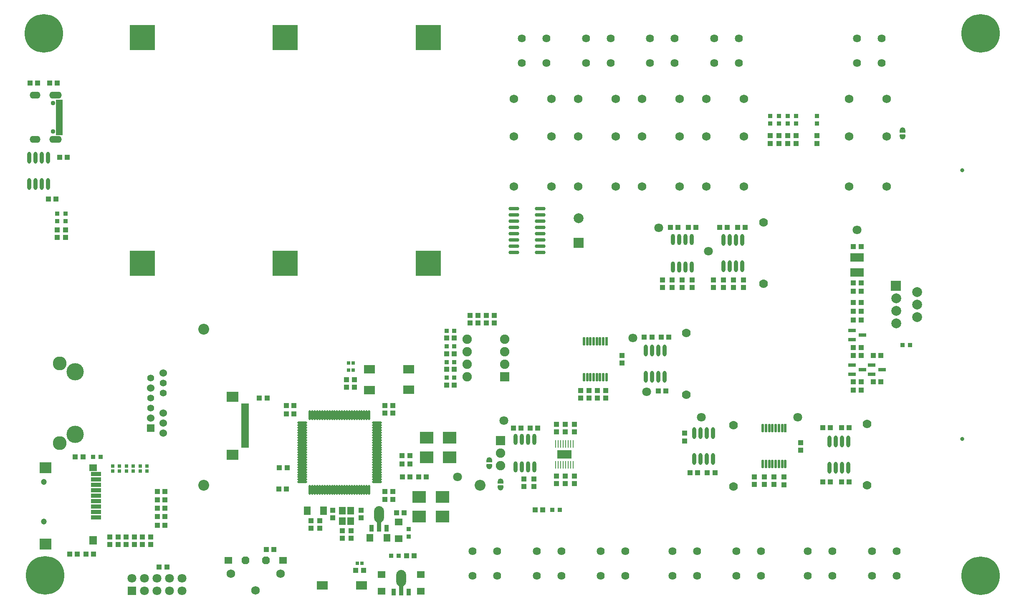
<source format=gts>
G04*
G04 #@! TF.GenerationSoftware,Altium Limited,Altium Designer,22.1.2 (22)*
G04*
G04 Layer_Color=8388736*
%FSLAX25Y25*%
%MOIN*%
G70*
G04*
G04 #@! TF.SameCoordinates,1A32ED5E-F4BE-4E84-8868-A45DA14C1EED*
G04*
G04*
G04 #@! TF.FilePolarity,Negative*
G04*
G01*
G75*
%ADD14C,0.00800*%
%ADD47R,0.01063X0.06084*%
%ADD60R,0.20485X0.20485*%
%ADD61C,0.03162*%
%ADD62R,0.06312X0.05524*%
%ADD63R,0.04343X0.04147*%
%ADD64O,0.07887X0.01981*%
%ADD65O,0.01981X0.07887*%
%ADD66R,0.07887X0.03556*%
%ADD67R,0.09461X0.08800*%
%ADD68R,0.06312X0.07099*%
%ADD69R,0.03800X0.03800*%
%ADD70R,0.05918X0.03162*%
%ADD71R,0.03400X0.05524*%
%ADD72R,0.03400X0.09068*%
%ADD73O,0.07887X0.13300*%
%ADD74R,0.04147X0.04343*%
%ADD75O,0.03162X0.09461*%
%ADD76C,0.07099*%
%ADD77O,0.02178X0.07099*%
%ADD78R,0.02178X0.07099*%
%ADD79R,0.03800X0.03800*%
%ADD80R,0.08674X0.06706*%
%ADD81R,0.11036X0.06706*%
%ADD82O,0.03200X0.08800*%
%ADD83O,0.08674X0.02965*%
%ADD84R,0.11201X0.06500*%
%ADD85R,0.10642X0.09461*%
%ADD86R,0.03162X0.02769*%
%ADD87R,0.05524X0.06312*%
%ADD88R,0.05524X0.05918*%
%ADD89R,0.05524X0.06706*%
G04:AMPARAMS|DCode=90|XSize=63mil|YSize=58mil|CornerRadius=0mil|HoleSize=0mil|Usage=FLASHONLY|Rotation=0.000|XOffset=0mil|YOffset=0mil|HoleType=Round|Shape=Octagon|*
%AMOCTAGOND90*
4,1,8,0.03150,-0.01450,0.03150,0.01450,0.01700,0.02900,-0.01700,0.02900,-0.03150,0.01450,-0.03150,-0.01450,-0.01700,-0.02900,0.01700,-0.02900,0.03150,-0.01450,0.0*
%
%ADD90OCTAGOND90*%

%ADD91R,0.06300X0.05800*%
%ADD92R,0.05328X0.01981*%
%ADD93R,0.05320X0.01980*%
%ADD94R,0.02769X0.03162*%
%ADD95R,0.09461X0.07887*%
%ADD96R,0.05918X0.01981*%
%ADD97C,0.07887*%
%ADD98R,0.07890X0.07880*%
%ADD99C,0.08674*%
%ADD100C,0.06400*%
%ADD101C,0.07000*%
%ADD102C,0.04737*%
%ADD103C,0.06800*%
%ADD104R,0.07887X0.07887*%
%ADD105C,0.07887*%
%ADD106R,0.07493X0.07493*%
%ADD107C,0.07493*%
%ADD108R,0.07493X0.07493*%
%ADD109C,0.30800*%
%ADD110C,0.04800*%
%ADD111C,0.05600*%
%ADD112C,0.13792*%
%ADD113C,0.06000*%
%ADD114R,0.06000X0.06000*%
%ADD115C,0.11036*%
%ADD116O,0.09855X0.05524*%
%ADD117O,0.08674X0.05524*%
%ADD118C,0.03753*%
%ADD119R,0.07099X0.07099*%
G36*
X706633Y377196D02*
X707196Y376633D01*
X707500Y375898D01*
Y375500D01*
Y374000D01*
X703500D01*
Y375500D01*
Y375898D01*
X703804Y376633D01*
X704367Y377196D01*
X705102Y377500D01*
X705898D01*
X706633Y377196D01*
D02*
G37*
G36*
X707500Y370500D02*
Y370102D01*
X707196Y369367D01*
X706633Y368805D01*
X705898Y368500D01*
X705102D01*
X704367Y368805D01*
X703804Y369367D01*
X703500Y370102D01*
Y370500D01*
Y372000D01*
X707500D01*
Y370500D01*
D02*
G37*
G36*
X376633Y113696D02*
X377196Y113133D01*
X377500Y112398D01*
Y112000D01*
Y110500D01*
X373500D01*
Y112000D01*
Y112398D01*
X373804Y113133D01*
X374367Y113696D01*
X375102Y114000D01*
X375898D01*
X376633Y113696D01*
D02*
G37*
G36*
X377500Y107000D02*
Y106602D01*
X377196Y105867D01*
X376633Y105305D01*
X375898Y105000D01*
X375102D01*
X374367Y105305D01*
X373804Y105867D01*
X373500Y106602D01*
Y107000D01*
Y108500D01*
X377500D01*
Y107000D01*
D02*
G37*
G36*
X385633Y96696D02*
X386195Y96133D01*
X386500Y95398D01*
Y95000D01*
Y93500D01*
X382500D01*
Y95000D01*
Y95398D01*
X382804Y96133D01*
X383367Y96696D01*
X384102Y97000D01*
X384898D01*
X385633Y96696D01*
D02*
G37*
G36*
X386500Y90000D02*
Y89602D01*
X386195Y88867D01*
X385633Y88305D01*
X384898Y88000D01*
X384102D01*
X383367Y88305D01*
X382804Y88867D01*
X382500Y89602D01*
Y90000D01*
Y91500D01*
X386500D01*
Y90000D01*
D02*
G37*
D14*
X703500Y370500D02*
G03*
X707500Y370500I2000J0D01*
G01*
Y375500D02*
G03*
X703500Y375500I-2000J0D01*
G01*
X373500Y107000D02*
G03*
X377500Y107000I2000J0D01*
G01*
Y112000D02*
G03*
X373500Y112000I-2000J0D01*
G01*
X386500Y95000D02*
G03*
X382500Y95000I-2000J0D01*
G01*
Y90000D02*
G03*
X386500Y90000I2000J0D01*
G01*
X703500Y370500D02*
Y372000D01*
X707500Y370500D02*
Y372000D01*
X703500D02*
X707500D01*
Y374000D02*
Y375500D01*
X703500Y374000D02*
Y375500D01*
Y374000D02*
X707500D01*
X373500Y107000D02*
Y108500D01*
X377500Y107000D02*
Y108500D01*
X373500D02*
X377500D01*
Y110500D02*
Y112000D01*
X373500Y110500D02*
Y112000D01*
Y110500D02*
X377500D01*
X382500Y93500D02*
X386500D01*
X382500D02*
Y95000D01*
X386500Y93500D02*
Y95000D01*
X382500Y91500D02*
X386500D01*
Y90000D02*
Y91500D01*
X382500Y90000D02*
Y91500D01*
D47*
X442398Y124953D02*
D03*
X440429D02*
D03*
X438461D02*
D03*
X436492D02*
D03*
X434524D02*
D03*
X432555D02*
D03*
X430587D02*
D03*
X428618D02*
D03*
X428618Y108346D02*
D03*
X430587D02*
D03*
X432555D02*
D03*
X434524D02*
D03*
X436492D02*
D03*
X438461D02*
D03*
X440429D02*
D03*
X442398D02*
D03*
D60*
X326772Y269075D02*
D03*
Y449431D02*
D03*
X212598Y269075D02*
D03*
Y449431D02*
D03*
X98425Y269075D02*
D03*
Y449431D02*
D03*
D61*
X705500Y370500D02*
D03*
Y375500D02*
D03*
X375500Y107000D02*
D03*
Y112000D02*
D03*
X384500Y95000D02*
D03*
Y90000D02*
D03*
X752996Y128937D02*
D03*
Y343504D02*
D03*
D62*
X320866Y7087D02*
D03*
Y20472D02*
D03*
X289370Y7087D02*
D03*
Y20472D02*
D03*
X59055Y105905D02*
D03*
X303000Y62693D02*
D03*
Y49307D02*
D03*
D63*
X292225Y87000D02*
D03*
X298327D02*
D03*
X681988Y174500D02*
D03*
X688090D02*
D03*
X666240Y168000D02*
D03*
X672342D02*
D03*
X672343Y174500D02*
D03*
X666241D02*
D03*
X672343Y195500D02*
D03*
X666241D02*
D03*
X666240Y202000D02*
D03*
X672342D02*
D03*
X315551Y35500D02*
D03*
X309449D02*
D03*
X688090Y195500D02*
D03*
X681988D02*
D03*
X535846Y101969D02*
D03*
X541948D02*
D03*
X555727D02*
D03*
X549624D02*
D03*
X656795Y138008D02*
D03*
X662897D02*
D03*
X647936D02*
D03*
X641833D02*
D03*
X647936Y94701D02*
D03*
X641833D02*
D03*
X662896D02*
D03*
X656794D02*
D03*
X412003Y72327D02*
D03*
X418106D02*
D03*
X38552Y354000D02*
D03*
X32449D02*
D03*
X29552Y320500D02*
D03*
X23449D02*
D03*
X510334Y167323D02*
D03*
X516437D02*
D03*
X518799Y210236D02*
D03*
X512697D02*
D03*
X499311D02*
D03*
X505413D02*
D03*
X118052Y26500D02*
D03*
X111949D02*
D03*
X672343Y282405D02*
D03*
X666241D02*
D03*
X666240Y231000D02*
D03*
X672342D02*
D03*
X666240Y237906D02*
D03*
X672342D02*
D03*
X666240Y224000D02*
D03*
X672342D02*
D03*
X666240Y253405D02*
D03*
X672342D02*
D03*
X666240Y246905D02*
D03*
X672342D02*
D03*
X579796Y297811D02*
D03*
X573693D02*
D03*
X565622D02*
D03*
X559520D02*
D03*
X520149D02*
D03*
X526252D02*
D03*
X540425D02*
D03*
X534323D02*
D03*
X414150Y137516D02*
D03*
X408048D02*
D03*
X400764D02*
D03*
X394662D02*
D03*
X198052Y161500D02*
D03*
X191949D02*
D03*
X59500Y37008D02*
D03*
X53398D02*
D03*
X40448D02*
D03*
X46551D02*
D03*
X307552Y70000D02*
D03*
X301449D02*
D03*
X341437Y172012D02*
D03*
X347539D02*
D03*
X341437Y184500D02*
D03*
X347539D02*
D03*
X341437Y196987D02*
D03*
X347539D02*
D03*
X341437Y209475D02*
D03*
X347539D02*
D03*
X312052Y109000D02*
D03*
X305949D02*
D03*
X312052Y115500D02*
D03*
X305949D02*
D03*
X318996Y98425D02*
D03*
X325098D02*
D03*
X306004D02*
D03*
X312106D02*
D03*
X207449Y89000D02*
D03*
X213551D02*
D03*
X207948Y106000D02*
D03*
X214051D02*
D03*
X219551Y149000D02*
D03*
X213449D02*
D03*
X213484Y155512D02*
D03*
X219586D02*
D03*
X292224D02*
D03*
X298326D02*
D03*
X298327Y149500D02*
D03*
X292225D02*
D03*
X268949Y24000D02*
D03*
X275051D02*
D03*
X298327Y80709D02*
D03*
X292225D02*
D03*
X197449Y40500D02*
D03*
X203552D02*
D03*
X110449Y73500D02*
D03*
X116551D02*
D03*
X110449Y60000D02*
D03*
X116551D02*
D03*
X110449Y66750D02*
D03*
X116551D02*
D03*
X44949Y114500D02*
D03*
X51051D02*
D03*
X116551Y87000D02*
D03*
X110449D02*
D03*
X116551Y80250D02*
D03*
X110449D02*
D03*
X8760Y413386D02*
D03*
X14863D02*
D03*
X30610D02*
D03*
X24508D02*
D03*
D64*
X226082Y94488D02*
D03*
Y96457D02*
D03*
Y98425D02*
D03*
Y100394D02*
D03*
Y102362D02*
D03*
Y104331D02*
D03*
Y106299D02*
D03*
Y108268D02*
D03*
Y110236D02*
D03*
Y112205D02*
D03*
Y114173D02*
D03*
Y116142D02*
D03*
Y118110D02*
D03*
Y120079D02*
D03*
Y122047D02*
D03*
Y124016D02*
D03*
Y125984D02*
D03*
Y127953D02*
D03*
Y129921D02*
D03*
Y131890D02*
D03*
Y133858D02*
D03*
Y135827D02*
D03*
Y137795D02*
D03*
Y139764D02*
D03*
Y141732D02*
D03*
X285731D02*
D03*
Y139764D02*
D03*
Y137795D02*
D03*
Y135827D02*
D03*
Y133858D02*
D03*
Y131890D02*
D03*
Y129921D02*
D03*
Y127953D02*
D03*
Y125984D02*
D03*
Y124016D02*
D03*
Y122047D02*
D03*
Y120079D02*
D03*
Y118110D02*
D03*
Y116142D02*
D03*
Y114173D02*
D03*
Y112205D02*
D03*
Y110236D02*
D03*
Y108268D02*
D03*
Y106299D02*
D03*
Y104331D02*
D03*
Y102362D02*
D03*
Y100394D02*
D03*
Y98425D02*
D03*
Y96457D02*
D03*
Y94488D02*
D03*
D65*
X232284Y147935D02*
D03*
X234253D02*
D03*
X236221D02*
D03*
X238190D02*
D03*
X240158D02*
D03*
X242127D02*
D03*
X244095D02*
D03*
X246064D02*
D03*
X248032D02*
D03*
X250001D02*
D03*
X251969D02*
D03*
X253938D02*
D03*
X255906D02*
D03*
X257875D02*
D03*
X259843D02*
D03*
X261812D02*
D03*
X263780D02*
D03*
X265749D02*
D03*
X267717D02*
D03*
X269686D02*
D03*
X271654D02*
D03*
X273623D02*
D03*
X275591D02*
D03*
X277560D02*
D03*
X279528D02*
D03*
Y88286D02*
D03*
X277560D02*
D03*
X275591D02*
D03*
X273623D02*
D03*
X271654D02*
D03*
X269686D02*
D03*
X267717D02*
D03*
X265749D02*
D03*
X263780D02*
D03*
X261812D02*
D03*
X259843D02*
D03*
X257875D02*
D03*
X255906D02*
D03*
X253938D02*
D03*
X251969D02*
D03*
X250001D02*
D03*
X248032D02*
D03*
X246064D02*
D03*
X244095D02*
D03*
X242127D02*
D03*
X240158D02*
D03*
X238190D02*
D03*
X236221D02*
D03*
X234253D02*
D03*
X232284D02*
D03*
D66*
X61524Y87795D02*
D03*
Y100787D02*
D03*
Y96457D02*
D03*
Y92126D02*
D03*
Y83465D02*
D03*
Y79134D02*
D03*
Y74803D02*
D03*
Y70473D02*
D03*
Y66142D02*
D03*
D67*
X21260Y105905D02*
D03*
Y44882D02*
D03*
D68*
X59055Y48031D02*
D03*
D69*
X711500Y204000D02*
D03*
X705500D02*
D03*
X303000Y35500D02*
D03*
X297000D02*
D03*
X425833Y72327D02*
D03*
X431833D02*
D03*
X341489Y177855D02*
D03*
X347488D02*
D03*
X341489Y190343D02*
D03*
X347488D02*
D03*
X341489Y202831D02*
D03*
X347488D02*
D03*
X341489Y215319D02*
D03*
X347488D02*
D03*
X59000Y114500D02*
D03*
X65000D02*
D03*
D70*
X680905Y187992D02*
D03*
Y180512D02*
D03*
X689173Y184252D02*
D03*
X665158Y187992D02*
D03*
Y180512D02*
D03*
X673425Y184252D02*
D03*
X665158Y215646D02*
D03*
Y208165D02*
D03*
X673425Y211906D02*
D03*
D71*
X299213Y6681D02*
D03*
X311024D02*
D03*
X293406Y57696D02*
D03*
X281594D02*
D03*
D72*
X305118Y8374D02*
D03*
X287500Y59389D02*
D03*
D73*
X305118Y17485D02*
D03*
X287500Y68500D02*
D03*
D74*
X531519Y127315D02*
D03*
Y133418D02*
D03*
X610794Y92315D02*
D03*
Y98418D02*
D03*
X587172Y98594D02*
D03*
Y92492D02*
D03*
X595046Y98594D02*
D03*
Y92492D02*
D03*
X602920Y92493D02*
D03*
Y98595D02*
D03*
X599957Y371161D02*
D03*
Y365059D02*
D03*
X620626Y371161D02*
D03*
Y365059D02*
D03*
X606847Y371161D02*
D03*
Y365059D02*
D03*
X613736Y371161D02*
D03*
Y365059D02*
D03*
X637232Y371161D02*
D03*
Y365059D02*
D03*
X481500Y189448D02*
D03*
Y195551D02*
D03*
X461833Y167552D02*
D03*
Y161449D02*
D03*
X468500Y167552D02*
D03*
Y161449D02*
D03*
X562500Y255981D02*
D03*
Y249878D02*
D03*
X513752Y249878D02*
D03*
Y255980D02*
D03*
X624000Y119948D02*
D03*
Y126051D02*
D03*
X455267Y161449D02*
D03*
Y167551D02*
D03*
X448500Y161449D02*
D03*
Y167551D02*
D03*
X37000Y296052D02*
D03*
Y289949D02*
D03*
X30500Y296052D02*
D03*
Y289949D02*
D03*
X578319Y255981D02*
D03*
Y249878D02*
D03*
X537374Y249878D02*
D03*
Y255980D02*
D03*
X570445Y249878D02*
D03*
Y255980D02*
D03*
X554500Y249878D02*
D03*
Y255980D02*
D03*
X529500Y255981D02*
D03*
Y249878D02*
D03*
X521626Y249878D02*
D03*
Y255980D02*
D03*
X403224Y90763D02*
D03*
Y96866D02*
D03*
X411098Y96867D02*
D03*
Y90764D02*
D03*
X443382Y140567D02*
D03*
Y134465D02*
D03*
X436295Y140567D02*
D03*
Y134465D02*
D03*
X429209Y140567D02*
D03*
Y134465D02*
D03*
Y93126D02*
D03*
Y99228D02*
D03*
X443382Y93126D02*
D03*
Y99228D02*
D03*
X436295Y93126D02*
D03*
Y99228D02*
D03*
X373000Y227552D02*
D03*
Y221449D02*
D03*
X366500Y227552D02*
D03*
Y221449D02*
D03*
X360000Y227552D02*
D03*
Y221449D02*
D03*
X379500Y227552D02*
D03*
Y221449D02*
D03*
X267717Y170177D02*
D03*
Y176279D02*
D03*
X261417Y170177D02*
D03*
Y176279D02*
D03*
X273000Y65948D02*
D03*
Y72051D02*
D03*
X258000Y55551D02*
D03*
Y49449D02*
D03*
X265000Y49448D02*
D03*
Y55551D02*
D03*
X240000Y57449D02*
D03*
Y63551D02*
D03*
X233000Y57449D02*
D03*
Y63551D02*
D03*
X250500Y72052D02*
D03*
Y65949D02*
D03*
X105000Y44449D02*
D03*
Y50551D02*
D03*
X98500Y44449D02*
D03*
Y50551D02*
D03*
X92000Y44449D02*
D03*
Y50551D02*
D03*
X85500Y44449D02*
D03*
Y50551D02*
D03*
X79000Y44449D02*
D03*
Y50551D02*
D03*
X72500Y44449D02*
D03*
Y50551D02*
D03*
D75*
X539270Y112780D02*
D03*
X544271D02*
D03*
X549270D02*
D03*
X554271D02*
D03*
X539270Y133677D02*
D03*
X544271D02*
D03*
X549270D02*
D03*
X554271D02*
D03*
X647227Y105906D02*
D03*
X652227D02*
D03*
X657227D02*
D03*
X662227D02*
D03*
X647227Y126803D02*
D03*
X652227D02*
D03*
X657227D02*
D03*
X662227D02*
D03*
X23000Y353449D02*
D03*
X18000D02*
D03*
X13000D02*
D03*
X8000D02*
D03*
X23000Y332551D02*
D03*
X18000D02*
D03*
X13000D02*
D03*
X8000D02*
D03*
X500374Y178528D02*
D03*
X505374D02*
D03*
X510374D02*
D03*
X515374D02*
D03*
X500374Y199425D02*
D03*
X505374D02*
D03*
X510374D02*
D03*
X515374D02*
D03*
X577500Y287787D02*
D03*
X572500D02*
D03*
X567500D02*
D03*
X562500D02*
D03*
X577500Y266890D02*
D03*
X572500D02*
D03*
X567500D02*
D03*
X562500D02*
D03*
D76*
X544833Y146182D02*
D03*
X621688Y146112D02*
D03*
X669291Y296000D02*
D03*
X490144Y209617D02*
D03*
X550500Y279000D02*
D03*
X510836Y297495D02*
D03*
X350206Y98425D02*
D03*
X501000Y166500D02*
D03*
X387000Y143500D02*
D03*
X90236Y17598D02*
D03*
X100236Y7598D02*
D03*
Y17598D02*
D03*
X110236Y7598D02*
D03*
Y17598D02*
D03*
X120236Y7598D02*
D03*
Y17598D02*
D03*
X130236Y7598D02*
D03*
Y17598D02*
D03*
D77*
X611877Y108732D02*
D03*
X609318D02*
D03*
X606759D02*
D03*
X604200D02*
D03*
X601641D02*
D03*
X599082D02*
D03*
X596523D02*
D03*
X593963D02*
D03*
Y137472D02*
D03*
X596523D02*
D03*
X599082D02*
D03*
X601641D02*
D03*
X604200D02*
D03*
X606759D02*
D03*
X609318D02*
D03*
X466528Y206972D02*
D03*
X463969D02*
D03*
X461409D02*
D03*
X458850D02*
D03*
X456291D02*
D03*
X453732D02*
D03*
X451173D02*
D03*
Y178232D02*
D03*
X453732D02*
D03*
X456291D02*
D03*
X458850D02*
D03*
X461410D02*
D03*
X463969D02*
D03*
X466528D02*
D03*
X469087D02*
D03*
D78*
X611877Y137472D02*
D03*
X469087Y206972D02*
D03*
D79*
X637232Y380858D02*
D03*
Y386858D02*
D03*
X37000Y309000D02*
D03*
Y303000D02*
D03*
X30500Y309000D02*
D03*
Y303000D02*
D03*
X311000Y51000D02*
D03*
Y57000D02*
D03*
X620626Y386858D02*
D03*
Y380858D02*
D03*
X613736Y386858D02*
D03*
Y380858D02*
D03*
X606847Y386858D02*
D03*
Y380858D02*
D03*
X599957Y386858D02*
D03*
Y380858D02*
D03*
D80*
X311007Y184579D02*
D03*
X279776Y184500D02*
D03*
X311007Y168079D02*
D03*
X279776Y168000D02*
D03*
X242143Y11733D02*
D03*
X273374Y11811D02*
D03*
D81*
X669291Y273811D02*
D03*
Y262000D02*
D03*
D82*
X537000Y288339D02*
D03*
X532000D02*
D03*
X527000D02*
D03*
X522000D02*
D03*
Y266339D02*
D03*
X527000D02*
D03*
X532000D02*
D03*
X537000D02*
D03*
X411512Y128437D02*
D03*
X406512D02*
D03*
X401512D02*
D03*
X396512D02*
D03*
Y106437D02*
D03*
X401512D02*
D03*
X406512D02*
D03*
X411512D02*
D03*
D83*
X395012Y312776D02*
D03*
Y307776D02*
D03*
Y302776D02*
D03*
Y297776D02*
D03*
Y292776D02*
D03*
Y287776D02*
D03*
Y282776D02*
D03*
Y277776D02*
D03*
X416112Y312776D02*
D03*
Y307776D02*
D03*
Y302776D02*
D03*
Y297776D02*
D03*
Y292776D02*
D03*
Y287776D02*
D03*
Y282776D02*
D03*
Y277776D02*
D03*
D84*
X435508Y116650D02*
D03*
D85*
X337992Y66929D02*
D03*
X319488D02*
D03*
X325394Y129921D02*
D03*
X343898D02*
D03*
X325394Y114173D02*
D03*
X343898D02*
D03*
X319488Y82677D02*
D03*
X337992D02*
D03*
D86*
X263032Y189500D02*
D03*
X266968D02*
D03*
X263032Y184000D02*
D03*
X266968D02*
D03*
X270031Y29500D02*
D03*
X273969D02*
D03*
D87*
X280307Y50000D02*
D03*
X293693D02*
D03*
D88*
X258154Y63366D02*
D03*
Y71634D02*
D03*
X264846D02*
D03*
Y63366D02*
D03*
D89*
X230008Y71500D02*
D03*
X243000D02*
D03*
D90*
X180750Y32000D02*
D03*
X197250D02*
D03*
D91*
X167250D02*
D03*
X210750D02*
D03*
D92*
X32184Y372638D02*
D03*
Y373819D02*
D03*
X32184Y375787D02*
D03*
Y376969D02*
D03*
X32184Y378937D02*
D03*
Y382874D02*
D03*
X32178Y384843D02*
D03*
X32184Y386811D02*
D03*
X32177Y388780D02*
D03*
X32186Y390748D02*
D03*
X32168Y394685D02*
D03*
Y395866D02*
D03*
X32178Y397835D02*
D03*
Y399016D02*
D03*
D93*
X32184Y380906D02*
D03*
X32184Y392716D02*
D03*
D94*
X102236Y107268D02*
D03*
Y103331D02*
D03*
X96724Y107268D02*
D03*
Y103331D02*
D03*
X91213Y107268D02*
D03*
Y103331D02*
D03*
X80189Y103331D02*
D03*
Y107268D02*
D03*
X85701Y103331D02*
D03*
Y107268D02*
D03*
X74677Y103331D02*
D03*
Y107268D02*
D03*
D95*
X170500Y162728D02*
D03*
X170500Y116272D02*
D03*
D96*
X180331Y140484D02*
D03*
Y142453D02*
D03*
Y156232D02*
D03*
Y154264D02*
D03*
Y152295D02*
D03*
Y150327D02*
D03*
Y148358D02*
D03*
Y146390D02*
D03*
Y144421D02*
D03*
Y138516D02*
D03*
Y136547D02*
D03*
Y134579D02*
D03*
Y132610D02*
D03*
Y130642D02*
D03*
Y128673D02*
D03*
Y126705D02*
D03*
Y124736D02*
D03*
Y122768D02*
D03*
D97*
X700608Y221220D02*
D03*
X717108Y226220D02*
D03*
X700608Y231221D02*
D03*
X717108Y236221D02*
D03*
X700608Y241220D02*
D03*
X717108Y246220D02*
D03*
D98*
X700207Y251220D02*
D03*
D99*
X368110Y91732D02*
D03*
X147638D02*
D03*
Y216535D02*
D03*
D100*
X362205Y39370D02*
D03*
X381890D02*
D03*
X362205Y19685D02*
D03*
X381890D02*
D03*
X541339D02*
D03*
X521654D02*
D03*
X541339Y39370D02*
D03*
X521654D02*
D03*
X592520Y19685D02*
D03*
X572835D02*
D03*
X592520Y39370D02*
D03*
X572835D02*
D03*
X669291Y448819D02*
D03*
X688976D02*
D03*
X669291Y429134D02*
D03*
X688976D02*
D03*
X574803D02*
D03*
X555118D02*
D03*
X574803Y448819D02*
D03*
X555118D02*
D03*
X523622Y429134D02*
D03*
X503937D02*
D03*
X523622Y448819D02*
D03*
X503937D02*
D03*
X472441Y429134D02*
D03*
X452756D02*
D03*
X472441Y448819D02*
D03*
X452756D02*
D03*
X421260Y429134D02*
D03*
X401575D02*
D03*
X421260Y448819D02*
D03*
X401575D02*
D03*
X700787Y19685D02*
D03*
X681102D02*
D03*
X700787Y39370D02*
D03*
X681102D02*
D03*
X649606Y19685D02*
D03*
X629921D02*
D03*
X649606Y39370D02*
D03*
X629921D02*
D03*
X484252Y19685D02*
D03*
X464567D02*
D03*
X484252Y39370D02*
D03*
X464567D02*
D03*
X433071Y19685D02*
D03*
X413386D02*
D03*
X433071Y39370D02*
D03*
X413386D02*
D03*
D101*
X532677Y164370D02*
D03*
Y213583D02*
D03*
X677168Y140961D02*
D03*
Y91748D02*
D03*
X570393Y139961D02*
D03*
Y90748D02*
D03*
X594461Y252732D02*
D03*
Y301945D02*
D03*
D102*
X19685Y94488D02*
D03*
Y62992D02*
D03*
D103*
X692913Y330709D02*
D03*
Y370709D02*
D03*
Y400709D02*
D03*
X662913D02*
D03*
Y370709D02*
D03*
Y330709D02*
D03*
X548740D02*
D03*
Y370709D02*
D03*
Y400709D02*
D03*
X578740D02*
D03*
Y370709D02*
D03*
Y330709D02*
D03*
X497559D02*
D03*
Y370709D02*
D03*
Y400709D02*
D03*
X527559D02*
D03*
Y370709D02*
D03*
Y330709D02*
D03*
X446378D02*
D03*
Y370709D02*
D03*
Y400709D02*
D03*
X476378D02*
D03*
Y370709D02*
D03*
Y330709D02*
D03*
X395197D02*
D03*
Y370709D02*
D03*
Y400709D02*
D03*
X425197D02*
D03*
Y370709D02*
D03*
Y330709D02*
D03*
X188976Y7874D02*
D03*
X208661Y21260D02*
D03*
X169291D02*
D03*
D104*
X446850Y285433D02*
D03*
D105*
Y305118D02*
D03*
D106*
X384327Y127437D02*
D03*
D107*
Y117437D02*
D03*
Y107437D02*
D03*
X387890Y188634D02*
D03*
Y198634D02*
D03*
Y208634D02*
D03*
X357890Y178634D02*
D03*
Y188634D02*
D03*
Y198634D02*
D03*
Y208634D02*
D03*
D108*
X387890Y178634D02*
D03*
D109*
X767717Y452756D02*
D03*
Y19685D02*
D03*
X20671Y19863D02*
D03*
X19685Y452756D02*
D03*
D110*
X757117D02*
D03*
X762417Y443576D02*
D03*
X773017D02*
D03*
X778316Y452756D02*
D03*
X773017Y461936D02*
D03*
X762417D02*
D03*
X757117Y19685D02*
D03*
X762417Y10505D02*
D03*
X773017D02*
D03*
X778316Y19685D02*
D03*
X773017Y28865D02*
D03*
X762417D02*
D03*
X10071Y19863D02*
D03*
X15371Y10683D02*
D03*
X25971D02*
D03*
X31271Y19863D02*
D03*
X25971Y29043D02*
D03*
X15371D02*
D03*
X9085Y452756D02*
D03*
X14385Y443576D02*
D03*
X24985D02*
D03*
X30285Y452756D02*
D03*
X24985Y461936D02*
D03*
X14385D02*
D03*
D111*
X105002Y161430D02*
D03*
X115002Y173430D02*
D03*
Y165430D02*
D03*
X105002Y153430D02*
D03*
X105002Y177430D02*
D03*
D112*
X44921Y132480D02*
D03*
Y182480D02*
D03*
D113*
X115002Y181430D02*
D03*
Y133430D02*
D03*
Y141430D02*
D03*
Y149430D02*
D03*
X105002Y145430D02*
D03*
X105002Y169430D02*
D03*
D114*
X105002Y137430D02*
D03*
D115*
X32402Y189232D02*
D03*
Y125680D02*
D03*
D116*
X29035Y403544D02*
D03*
X29035Y368111D02*
D03*
D117*
X12696Y368110D02*
D03*
X12696Y403543D02*
D03*
D118*
X27066Y374448D02*
D03*
Y397204D02*
D03*
D119*
X90236Y7598D02*
D03*
M02*

</source>
